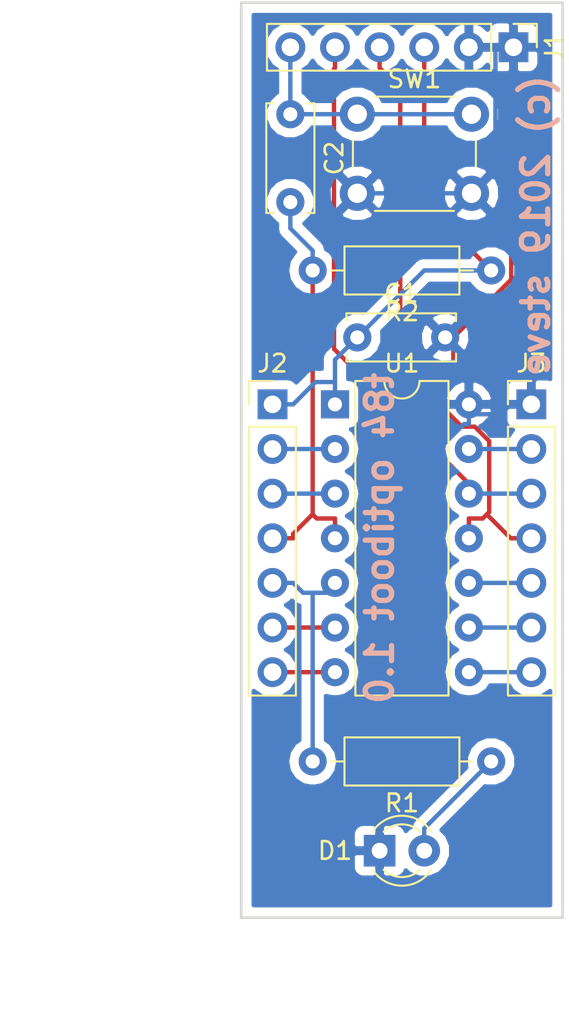
<source format=kicad_pcb>
(kicad_pcb (version 20171130) (host pcbnew 5.0.2+dfsg1-1~bpo9+1)

  (general
    (thickness 1.6)
    (drawings 8)
    (tracks 79)
    (zones 0)
    (modules 10)
    (nets 17)
  )

  (page A4)
  (layers
    (0 F.Cu signal)
    (31 B.Cu signal)
    (32 B.Adhes user)
    (33 F.Adhes user)
    (34 B.Paste user)
    (35 F.Paste user)
    (36 B.SilkS user)
    (37 F.SilkS user)
    (38 B.Mask user)
    (39 F.Mask user)
    (40 Dwgs.User user)
    (41 Cmts.User user)
    (42 Eco1.User user)
    (43 Eco2.User user)
    (44 Edge.Cuts user)
    (45 Margin user)
    (46 B.CrtYd user)
    (47 F.CrtYd user)
    (48 B.Fab user)
    (49 F.Fab user)
  )

  (setup
    (last_trace_width 0.25)
    (trace_clearance 0.2)
    (zone_clearance 0.508)
    (zone_45_only no)
    (trace_min 0.2)
    (segment_width 0.2)
    (edge_width 0.15)
    (via_size 0.8)
    (via_drill 0.4)
    (via_min_size 0.4)
    (via_min_drill 0.3)
    (uvia_size 0.3)
    (uvia_drill 0.1)
    (uvias_allowed no)
    (uvia_min_size 0.2)
    (uvia_min_drill 0.1)
    (pcb_text_width 0.3)
    (pcb_text_size 1.5 1.5)
    (mod_edge_width 0.15)
    (mod_text_size 1 1)
    (mod_text_width 0.15)
    (pad_size 1.524 1.524)
    (pad_drill 0.762)
    (pad_to_mask_clearance 0.051)
    (solder_mask_min_width 0.25)
    (aux_axis_origin 0 0)
    (grid_origin 130.556 82.55)
    (visible_elements FFFFFF7F)
    (pcbplotparams
      (layerselection 0x010f0_ffffffff)
      (usegerberextensions true)
      (usegerberattributes false)
      (usegerberadvancedattributes false)
      (creategerberjobfile false)
      (excludeedgelayer true)
      (linewidth 0.100000)
      (plotframeref false)
      (viasonmask false)
      (mode 1)
      (useauxorigin false)
      (hpglpennumber 1)
      (hpglpenspeed 20)
      (hpglpendiameter 15.000000)
      (psnegative false)
      (psa4output false)
      (plotreference true)
      (plotvalue true)
      (plotinvisibletext false)
      (padsonsilk false)
      (subtractmaskfromsilk false)
      (outputformat 1)
      (mirror false)
      (drillshape 0)
      (scaleselection 1)
      (outputdirectory "gerbers/"))
  )

  (net 0 "")
  (net 1 "Net-(D1-Pad2)")
  (net 2 "Net-(J2-Pad5)")
  (net 3 "Net-(C2-Pad2)")
  (net 4 VCC)
  (net 5 "Net-(J3-Pad7)")
  (net 6 "Net-(J2-Pad2)")
  (net 7 "Net-(J3-Pad6)")
  (net 8 "Net-(J2-Pad3)")
  (net 9 "Net-(J3-Pad5)")
  (net 10 "Net-(J1-Pad4)")
  (net 11 "Net-(J1-Pad5)")
  (net 12 "Net-(J2-Pad6)")
  (net 13 "Net-(J3-Pad2)")
  (net 14 "Net-(J2-Pad7)")
  (net 15 GND)
  (net 16 "Net-(C2-Pad1)")

  (net_class Default "This is the default net class."
    (clearance 0.2)
    (trace_width 0.25)
    (via_dia 0.8)
    (via_drill 0.4)
    (uvia_dia 0.3)
    (uvia_drill 0.1)
    (add_net GND)
    (add_net "Net-(C2-Pad1)")
    (add_net "Net-(C2-Pad2)")
    (add_net "Net-(D1-Pad2)")
    (add_net "Net-(J1-Pad4)")
    (add_net "Net-(J1-Pad5)")
    (add_net "Net-(J2-Pad2)")
    (add_net "Net-(J2-Pad3)")
    (add_net "Net-(J2-Pad5)")
    (add_net "Net-(J2-Pad6)")
    (add_net "Net-(J2-Pad7)")
    (add_net "Net-(J3-Pad2)")
    (add_net "Net-(J3-Pad5)")
    (add_net "Net-(J3-Pad6)")
    (add_net "Net-(J3-Pad7)")
    (add_net VCC)
  )

  (module Capacitor_THT:C_Disc_D6.0mm_W2.5mm_P5.00mm (layer F.Cu) (tedit 5AE50EF0) (tstamp 5D0C08AC)
    (at 133.35 36.83 270)
    (descr "C, Disc series, Radial, pin pitch=5.00mm, , diameter*width=6*2.5mm^2, Capacitor, http://cdn-reichelt.de/documents/datenblatt/B300/DS_KERKO_TC.pdf")
    (tags "C Disc series Radial pin pitch 5.00mm  diameter 6mm width 2.5mm Capacitor")
    (path /5CFE4F03)
    (fp_text reference C2 (at 2.5 -2.5 270) (layer F.SilkS)
      (effects (font (size 1 1) (thickness 0.15)))
    )
    (fp_text value 100n (at 2.54 2.032 270) (layer F.Fab)
      (effects (font (size 1 1) (thickness 0.15)))
    )
    (fp_line (start -0.5 -1.25) (end -0.5 1.25) (layer F.Fab) (width 0.1))
    (fp_line (start -0.5 1.25) (end 5.5 1.25) (layer F.Fab) (width 0.1))
    (fp_line (start 5.5 1.25) (end 5.5 -1.25) (layer F.Fab) (width 0.1))
    (fp_line (start 5.5 -1.25) (end -0.5 -1.25) (layer F.Fab) (width 0.1))
    (fp_line (start -0.62 -1.37) (end 5.62 -1.37) (layer F.SilkS) (width 0.12))
    (fp_line (start -0.62 1.37) (end 5.62 1.37) (layer F.SilkS) (width 0.12))
    (fp_line (start -0.62 -1.37) (end -0.62 -0.925) (layer F.SilkS) (width 0.12))
    (fp_line (start -0.62 0.925) (end -0.62 1.37) (layer F.SilkS) (width 0.12))
    (fp_line (start 5.62 -1.37) (end 5.62 -0.925) (layer F.SilkS) (width 0.12))
    (fp_line (start 5.62 0.925) (end 5.62 1.37) (layer F.SilkS) (width 0.12))
    (fp_line (start -1.05 -1.5) (end -1.05 1.5) (layer F.CrtYd) (width 0.05))
    (fp_line (start -1.05 1.5) (end 6.05 1.5) (layer F.CrtYd) (width 0.05))
    (fp_line (start 6.05 1.5) (end 6.05 -1.5) (layer F.CrtYd) (width 0.05))
    (fp_line (start 6.05 -1.5) (end -1.05 -1.5) (layer F.CrtYd) (width 0.05))
    (fp_text user %R (at 2.5 0 270) (layer F.Fab)
      (effects (font (size 1 1) (thickness 0.15)))
    )
    (pad 1 thru_hole circle (at 0 0 270) (size 1.6 1.6) (drill 0.8) (layers *.Cu *.Mask)
      (net 16 "Net-(C2-Pad1)"))
    (pad 2 thru_hole circle (at 5 0 270) (size 1.6 1.6) (drill 0.8) (layers *.Cu *.Mask)
      (net 3 "Net-(C2-Pad2)"))
    (model ${KISYS3DMOD}/Capacitor_THT.3dshapes/C_Disc_D6.0mm_W2.5mm_P5.00mm.wrl
      (at (xyz 0 0 0))
      (scale (xyz 1 1 1))
      (rotate (xyz 0 0 0))
    )
  )

  (module Capacitor_THT:C_Disc_D6.0mm_W2.5mm_P5.00mm (layer F.Cu) (tedit 5AE50EF0) (tstamp 5D0C0438)
    (at 137.16 49.53)
    (descr "C, Disc series, Radial, pin pitch=5.00mm, , diameter*width=6*2.5mm^2, Capacitor, http://cdn-reichelt.de/documents/datenblatt/B300/DS_KERKO_TC.pdf")
    (tags "C Disc series Radial pin pitch 5.00mm  diameter 6mm width 2.5mm Capacitor")
    (path /5CFE502F)
    (fp_text reference C1 (at 2.5 -2.5) (layer F.SilkS)
      (effects (font (size 1 1) (thickness 0.15)))
    )
    (fp_text value 100n (at 8.89 0) (layer F.Fab)
      (effects (font (size 1 1) (thickness 0.15)))
    )
    (fp_line (start -0.5 -1.25) (end -0.5 1.25) (layer F.Fab) (width 0.1))
    (fp_line (start -0.5 1.25) (end 5.5 1.25) (layer F.Fab) (width 0.1))
    (fp_line (start 5.5 1.25) (end 5.5 -1.25) (layer F.Fab) (width 0.1))
    (fp_line (start 5.5 -1.25) (end -0.5 -1.25) (layer F.Fab) (width 0.1))
    (fp_line (start -0.62 -1.37) (end 5.62 -1.37) (layer F.SilkS) (width 0.12))
    (fp_line (start -0.62 1.37) (end 5.62 1.37) (layer F.SilkS) (width 0.12))
    (fp_line (start -0.62 -1.37) (end -0.62 -0.925) (layer F.SilkS) (width 0.12))
    (fp_line (start -0.62 0.925) (end -0.62 1.37) (layer F.SilkS) (width 0.12))
    (fp_line (start 5.62 -1.37) (end 5.62 -0.925) (layer F.SilkS) (width 0.12))
    (fp_line (start 5.62 0.925) (end 5.62 1.37) (layer F.SilkS) (width 0.12))
    (fp_line (start -1.05 -1.5) (end -1.05 1.5) (layer F.CrtYd) (width 0.05))
    (fp_line (start -1.05 1.5) (end 6.05 1.5) (layer F.CrtYd) (width 0.05))
    (fp_line (start 6.05 1.5) (end 6.05 -1.5) (layer F.CrtYd) (width 0.05))
    (fp_line (start 6.05 -1.5) (end -1.05 -1.5) (layer F.CrtYd) (width 0.05))
    (fp_text user %R (at 2.5 0) (layer F.Fab)
      (effects (font (size 1 1) (thickness 0.15)))
    )
    (pad 1 thru_hole circle (at 0 0) (size 1.6 1.6) (drill 0.8) (layers *.Cu *.Mask)
      (net 4 VCC))
    (pad 2 thru_hole circle (at 5 0) (size 1.6 1.6) (drill 0.8) (layers *.Cu *.Mask)
      (net 15 GND))
    (model ${KISYS3DMOD}/Capacitor_THT.3dshapes/C_Disc_D6.0mm_W2.5mm_P5.00mm.wrl
      (at (xyz 0 0 0))
      (scale (xyz 1 1 1))
      (rotate (xyz 0 0 0))
    )
  )

  (module LED_THT:LED_D3.0mm (layer F.Cu) (tedit 587A3A7B) (tstamp 5D0C038C)
    (at 138.43 78.74)
    (descr "LED, diameter 3.0mm, 2 pins")
    (tags "LED diameter 3.0mm 2 pins")
    (path /5CFE55E6)
    (fp_text reference D1 (at -2.54 0) (layer F.SilkS)
      (effects (font (size 1 1) (thickness 0.15)))
    )
    (fp_text value LED_BUILTIN (at 1.27 2.96) (layer F.Fab)
      (effects (font (size 1 1) (thickness 0.15)))
    )
    (fp_arc (start 1.27 0) (end -0.23 -1.16619) (angle 284.3) (layer F.Fab) (width 0.1))
    (fp_arc (start 1.27 0) (end -0.29 -1.235516) (angle 108.8) (layer F.SilkS) (width 0.12))
    (fp_arc (start 1.27 0) (end -0.29 1.235516) (angle -108.8) (layer F.SilkS) (width 0.12))
    (fp_arc (start 1.27 0) (end 0.229039 -1.08) (angle 87.9) (layer F.SilkS) (width 0.12))
    (fp_arc (start 1.27 0) (end 0.229039 1.08) (angle -87.9) (layer F.SilkS) (width 0.12))
    (fp_circle (center 1.27 0) (end 2.77 0) (layer F.Fab) (width 0.1))
    (fp_line (start -0.23 -1.16619) (end -0.23 1.16619) (layer F.Fab) (width 0.1))
    (fp_line (start -0.29 -1.236) (end -0.29 -1.08) (layer F.SilkS) (width 0.12))
    (fp_line (start -0.29 1.08) (end -0.29 1.236) (layer F.SilkS) (width 0.12))
    (fp_line (start -1.15 -2.25) (end -1.15 2.25) (layer F.CrtYd) (width 0.05))
    (fp_line (start -1.15 2.25) (end 3.7 2.25) (layer F.CrtYd) (width 0.05))
    (fp_line (start 3.7 2.25) (end 3.7 -2.25) (layer F.CrtYd) (width 0.05))
    (fp_line (start 3.7 -2.25) (end -1.15 -2.25) (layer F.CrtYd) (width 0.05))
    (pad 1 thru_hole rect (at 0 0) (size 1.8 1.8) (drill 0.9) (layers *.Cu *.Mask)
      (net 15 GND))
    (pad 2 thru_hole circle (at 2.54 0) (size 1.8 1.8) (drill 0.9) (layers *.Cu *.Mask)
      (net 1 "Net-(D1-Pad2)"))
    (model ${KISYS3DMOD}/LED_THT.3dshapes/LED_D3.0mm.wrl
      (at (xyz 0 0 0))
      (scale (xyz 1 1 1))
      (rotate (xyz 0 0 0))
    )
  )

  (module Button_Switch_THT:SW_PUSH_6mm_H7.3mm (layer F.Cu) (tedit 5CFF6F24) (tstamp 5D0BFED2)
    (at 137.16 36.83)
    (descr "tactile push button, 6x6mm e.g. PHAP33xx series, height=7.3mm")
    (tags "tact sw push 6mm")
    (path /5CFE5825)
    (fp_text reference SW1 (at 3.25 -2) (layer F.SilkS)
      (effects (font (size 1 1) (thickness 0.15)))
    )
    (fp_text value SW_Push (at 8.89 2.54 90) (layer F.Fab)
      (effects (font (size 1 1) (thickness 0.15)))
    )
    (fp_text user %R (at 3.25 2.25) (layer F.Fab)
      (effects (font (size 1 1) (thickness 0.15)))
    )
    (fp_line (start 3.25 -0.75) (end 6.25 -0.75) (layer F.Fab) (width 0.1))
    (fp_line (start 6.25 -0.75) (end 6.25 5.25) (layer F.Fab) (width 0.1))
    (fp_line (start 6.25 5.25) (end 0.25 5.25) (layer F.Fab) (width 0.1))
    (fp_line (start 0.25 5.25) (end 0.25 -0.75) (layer F.Fab) (width 0.1))
    (fp_line (start 0.25 -0.75) (end 3.25 -0.75) (layer F.Fab) (width 0.1))
    (fp_line (start 7.75 6) (end 8 6) (layer F.CrtYd) (width 0.05))
    (fp_line (start 8 6) (end 8 5.75) (layer F.CrtYd) (width 0.05))
    (fp_line (start 7.75 -1.5) (end 8 -1.5) (layer F.CrtYd) (width 0.05))
    (fp_line (start 8 -1.5) (end 8 -1.25) (layer F.CrtYd) (width 0.05))
    (fp_line (start -1.5 -1.25) (end -1.5 -1.5) (layer F.CrtYd) (width 0.05))
    (fp_line (start -1.5 -1.5) (end -1.25 -1.5) (layer F.CrtYd) (width 0.05))
    (fp_line (start -1.5 5.75) (end -1.5 6) (layer F.CrtYd) (width 0.05))
    (fp_line (start -1.5 6) (end -1.25 6) (layer F.CrtYd) (width 0.05))
    (fp_line (start -1.25 -1.5) (end 7.75 -1.5) (layer F.CrtYd) (width 0.05))
    (fp_line (start -1.5 5.75) (end -1.5 -1.25) (layer F.CrtYd) (width 0.05))
    (fp_line (start 7.75 6) (end -1.25 6) (layer F.CrtYd) (width 0.05))
    (fp_line (start 8 -1.25) (end 8 5.75) (layer F.CrtYd) (width 0.05))
    (fp_line (start 1 5.5) (end 5.5 5.5) (layer F.SilkS) (width 0.12))
    (fp_line (start -0.25 1.5) (end -0.25 3) (layer F.SilkS) (width 0.12))
    (fp_line (start 5.5 -1) (end 1 -1) (layer F.SilkS) (width 0.12))
    (fp_line (start 6.75 3) (end 6.75 1.5) (layer F.SilkS) (width 0.12))
    (fp_circle (center 3.25 2.25) (end 1.25 2.5) (layer F.Fab) (width 0.1))
    (pad 2 thru_hole circle (at 0 4.5 90) (size 2 2) (drill 1.1) (layers *.Cu *.Mask)
      (net 15 GND))
    (pad 1 thru_hole circle (at 0 0 90) (size 2 2) (drill 1.1) (layers *.Cu *.Mask)
      (net 16 "Net-(C2-Pad1)"))
    (pad 2 thru_hole circle (at 6.5 4.5 90) (size 2 2) (drill 1.1) (layers *.Cu *.Mask)
      (net 15 GND))
    (pad 1 thru_hole circle (at 6.5 0 90) (size 2 2) (drill 1.1) (layers *.Cu *.Mask)
      (net 16 "Net-(C2-Pad1)"))
    (model ${KISYS3DMOD}/Button_Switch_THT.3dshapes/SW_PUSH_6mm_H7.3mm.wrl
      (at (xyz 0 0 0))
      (scale (xyz 1 1 1))
      (rotate (xyz 0 0 0))
    )
  )

  (module Connector_PinHeader_2.54mm:PinHeader_1x06_P2.54mm_Vertical (layer F.Cu) (tedit 59FED5CC) (tstamp 5D0BFE65)
    (at 146.05 33.02 270)
    (descr "Through hole straight pin header, 1x06, 2.54mm pitch, single row")
    (tags "Through hole pin header THT 1x06 2.54mm single row")
    (path /5CFE3D69)
    (fp_text reference J1 (at 0 -2.33 270) (layer F.SilkS)
      (effects (font (size 1 1) (thickness 0.15)))
    )
    (fp_text value ftdi (at 0 14.732 270) (layer F.Fab)
      (effects (font (size 1 1) (thickness 0.15)))
    )
    (fp_line (start -0.635 -1.27) (end 1.27 -1.27) (layer F.Fab) (width 0.1))
    (fp_line (start 1.27 -1.27) (end 1.27 13.97) (layer F.Fab) (width 0.1))
    (fp_line (start 1.27 13.97) (end -1.27 13.97) (layer F.Fab) (width 0.1))
    (fp_line (start -1.27 13.97) (end -1.27 -0.635) (layer F.Fab) (width 0.1))
    (fp_line (start -1.27 -0.635) (end -0.635 -1.27) (layer F.Fab) (width 0.1))
    (fp_line (start -1.33 14.03) (end 1.33 14.03) (layer F.SilkS) (width 0.12))
    (fp_line (start -1.33 1.27) (end -1.33 14.03) (layer F.SilkS) (width 0.12))
    (fp_line (start 1.33 1.27) (end 1.33 14.03) (layer F.SilkS) (width 0.12))
    (fp_line (start -1.33 1.27) (end 1.33 1.27) (layer F.SilkS) (width 0.12))
    (fp_line (start -1.33 0) (end -1.33 -1.33) (layer F.SilkS) (width 0.12))
    (fp_line (start -1.33 -1.33) (end 0 -1.33) (layer F.SilkS) (width 0.12))
    (fp_line (start -1.8 -1.8) (end -1.8 14.5) (layer F.CrtYd) (width 0.05))
    (fp_line (start -1.8 14.5) (end 1.8 14.5) (layer F.CrtYd) (width 0.05))
    (fp_line (start 1.8 14.5) (end 1.8 -1.8) (layer F.CrtYd) (width 0.05))
    (fp_line (start 1.8 -1.8) (end -1.8 -1.8) (layer F.CrtYd) (width 0.05))
    (fp_text user %R (at 0 6.35) (layer F.Fab)
      (effects (font (size 1 1) (thickness 0.15)))
    )
    (pad 1 thru_hole rect (at 0 0 270) (size 1.7 1.7) (drill 1) (layers *.Cu *.Mask)
      (net 15 GND))
    (pad 2 thru_hole oval (at 0 2.54 270) (size 1.7 1.7) (drill 1) (layers *.Cu *.Mask)
      (net 15 GND))
    (pad 3 thru_hole oval (at 0 5.08 270) (size 1.7 1.7) (drill 1) (layers *.Cu *.Mask)
      (net 4 VCC))
    (pad 4 thru_hole oval (at 0 7.62 270) (size 1.7 1.7) (drill 1) (layers *.Cu *.Mask)
      (net 10 "Net-(J1-Pad4)"))
    (pad 5 thru_hole oval (at 0 10.16 270) (size 1.7 1.7) (drill 1) (layers *.Cu *.Mask)
      (net 11 "Net-(J1-Pad5)"))
    (pad 6 thru_hole oval (at 0 12.7 270) (size 1.7 1.7) (drill 1) (layers *.Cu *.Mask)
      (net 16 "Net-(C2-Pad1)"))
    (model ${KISYS3DMOD}/Connector_PinHeader_2.54mm.3dshapes/PinHeader_1x06_P2.54mm_Vertical.wrl
      (at (xyz 0 0 0))
      (scale (xyz 1 1 1))
      (rotate (xyz 0 0 0))
    )
  )

  (module Connector_PinHeader_2.54mm:PinHeader_1x07_P2.54mm_Vertical (layer F.Cu) (tedit 59FED5CC) (tstamp 5D0BFE4B)
    (at 147.066 53.34)
    (descr "Through hole straight pin header, 1x07, 2.54mm pitch, single row")
    (tags "Through hole pin header THT 1x07 2.54mm single row")
    (path /5CFF71A8)
    (fp_text reference J3 (at 0 -2.33) (layer F.SilkS)
      (effects (font (size 1 1) (thickness 0.15)))
    )
    (fp_text value right (at 0 17.57) (layer F.Fab)
      (effects (font (size 1 1) (thickness 0.15)))
    )
    (fp_text user %R (at 0 7.62 90) (layer F.Fab)
      (effects (font (size 1 1) (thickness 0.15)))
    )
    (fp_line (start 1.8 -1.8) (end -1.8 -1.8) (layer F.CrtYd) (width 0.05))
    (fp_line (start 1.8 17.05) (end 1.8 -1.8) (layer F.CrtYd) (width 0.05))
    (fp_line (start -1.8 17.05) (end 1.8 17.05) (layer F.CrtYd) (width 0.05))
    (fp_line (start -1.8 -1.8) (end -1.8 17.05) (layer F.CrtYd) (width 0.05))
    (fp_line (start -1.33 -1.33) (end 0 -1.33) (layer F.SilkS) (width 0.12))
    (fp_line (start -1.33 0) (end -1.33 -1.33) (layer F.SilkS) (width 0.12))
    (fp_line (start -1.33 1.27) (end 1.33 1.27) (layer F.SilkS) (width 0.12))
    (fp_line (start 1.33 1.27) (end 1.33 16.57) (layer F.SilkS) (width 0.12))
    (fp_line (start -1.33 1.27) (end -1.33 16.57) (layer F.SilkS) (width 0.12))
    (fp_line (start -1.33 16.57) (end 1.33 16.57) (layer F.SilkS) (width 0.12))
    (fp_line (start -1.27 -0.635) (end -0.635 -1.27) (layer F.Fab) (width 0.1))
    (fp_line (start -1.27 16.51) (end -1.27 -0.635) (layer F.Fab) (width 0.1))
    (fp_line (start 1.27 16.51) (end -1.27 16.51) (layer F.Fab) (width 0.1))
    (fp_line (start 1.27 -1.27) (end 1.27 16.51) (layer F.Fab) (width 0.1))
    (fp_line (start -0.635 -1.27) (end 1.27 -1.27) (layer F.Fab) (width 0.1))
    (pad 7 thru_hole oval (at 0 15.24) (size 1.7 1.7) (drill 1) (layers *.Cu *.Mask)
      (net 5 "Net-(J3-Pad7)"))
    (pad 6 thru_hole oval (at 0 12.7) (size 1.7 1.7) (drill 1) (layers *.Cu *.Mask)
      (net 7 "Net-(J3-Pad6)"))
    (pad 5 thru_hole oval (at 0 10.16) (size 1.7 1.7) (drill 1) (layers *.Cu *.Mask)
      (net 9 "Net-(J3-Pad5)"))
    (pad 4 thru_hole oval (at 0 7.62) (size 1.7 1.7) (drill 1) (layers *.Cu *.Mask)
      (net 10 "Net-(J1-Pad4)"))
    (pad 3 thru_hole oval (at 0 5.08) (size 1.7 1.7) (drill 1) (layers *.Cu *.Mask)
      (net 11 "Net-(J1-Pad5)"))
    (pad 2 thru_hole oval (at 0 2.54) (size 1.7 1.7) (drill 1) (layers *.Cu *.Mask)
      (net 13 "Net-(J3-Pad2)"))
    (pad 1 thru_hole rect (at 0 0) (size 1.7 1.7) (drill 1) (layers *.Cu *.Mask)
      (net 15 GND))
    (model ${KISYS3DMOD}/Connector_PinHeader_2.54mm.3dshapes/PinHeader_1x07_P2.54mm_Vertical.wrl
      (at (xyz 0 0 0))
      (scale (xyz 1 1 1))
      (rotate (xyz 0 0 0))
    )
  )

  (module Connector_PinHeader_2.54mm:PinHeader_1x07_P2.54mm_Vertical (layer F.Cu) (tedit 59FED5CC) (tstamp 5D0BFE30)
    (at 132.334 53.34)
    (descr "Through hole straight pin header, 1x07, 2.54mm pitch, single row")
    (tags "Through hole pin header THT 1x07 2.54mm single row")
    (path /5CFE5C5A)
    (fp_text reference J2 (at 0 -2.33) (layer F.SilkS)
      (effects (font (size 1 1) (thickness 0.15)))
    )
    (fp_text value left (at 0 17.57) (layer F.Fab)
      (effects (font (size 1 1) (thickness 0.15)))
    )
    (fp_line (start -0.635 -1.27) (end 1.27 -1.27) (layer F.Fab) (width 0.1))
    (fp_line (start 1.27 -1.27) (end 1.27 16.51) (layer F.Fab) (width 0.1))
    (fp_line (start 1.27 16.51) (end -1.27 16.51) (layer F.Fab) (width 0.1))
    (fp_line (start -1.27 16.51) (end -1.27 -0.635) (layer F.Fab) (width 0.1))
    (fp_line (start -1.27 -0.635) (end -0.635 -1.27) (layer F.Fab) (width 0.1))
    (fp_line (start -1.33 16.57) (end 1.33 16.57) (layer F.SilkS) (width 0.12))
    (fp_line (start -1.33 1.27) (end -1.33 16.57) (layer F.SilkS) (width 0.12))
    (fp_line (start 1.33 1.27) (end 1.33 16.57) (layer F.SilkS) (width 0.12))
    (fp_line (start -1.33 1.27) (end 1.33 1.27) (layer F.SilkS) (width 0.12))
    (fp_line (start -1.33 0) (end -1.33 -1.33) (layer F.SilkS) (width 0.12))
    (fp_line (start -1.33 -1.33) (end 0 -1.33) (layer F.SilkS) (width 0.12))
    (fp_line (start -1.8 -1.8) (end -1.8 17.05) (layer F.CrtYd) (width 0.05))
    (fp_line (start -1.8 17.05) (end 1.8 17.05) (layer F.CrtYd) (width 0.05))
    (fp_line (start 1.8 17.05) (end 1.8 -1.8) (layer F.CrtYd) (width 0.05))
    (fp_line (start 1.8 -1.8) (end -1.8 -1.8) (layer F.CrtYd) (width 0.05))
    (fp_text user %R (at 0 7.62 90) (layer F.Fab)
      (effects (font (size 1 1) (thickness 0.15)))
    )
    (pad 1 thru_hole rect (at 0 0) (size 1.7 1.7) (drill 1) (layers *.Cu *.Mask)
      (net 4 VCC))
    (pad 2 thru_hole oval (at 0 2.54) (size 1.7 1.7) (drill 1) (layers *.Cu *.Mask)
      (net 6 "Net-(J2-Pad2)"))
    (pad 3 thru_hole oval (at 0 5.08) (size 1.7 1.7) (drill 1) (layers *.Cu *.Mask)
      (net 8 "Net-(J2-Pad3)"))
    (pad 4 thru_hole oval (at 0 7.62) (size 1.7 1.7) (drill 1) (layers *.Cu *.Mask)
      (net 3 "Net-(C2-Pad2)"))
    (pad 5 thru_hole oval (at 0 10.16) (size 1.7 1.7) (drill 1) (layers *.Cu *.Mask)
      (net 2 "Net-(J2-Pad5)"))
    (pad 6 thru_hole oval (at 0 12.7) (size 1.7 1.7) (drill 1) (layers *.Cu *.Mask)
      (net 12 "Net-(J2-Pad6)"))
    (pad 7 thru_hole oval (at 0 15.24) (size 1.7 1.7) (drill 1) (layers *.Cu *.Mask)
      (net 14 "Net-(J2-Pad7)"))
    (model ${KISYS3DMOD}/Connector_PinHeader_2.54mm.3dshapes/PinHeader_1x07_P2.54mm_Vertical.wrl
      (at (xyz 0 0 0))
      (scale (xyz 1 1 1))
      (rotate (xyz 0 0 0))
    )
  )

  (module Package_DIP:DIP-14_W7.62mm (layer F.Cu) (tedit 5A02E8C5) (tstamp 5D0BFDEB)
    (at 135.89 53.34)
    (descr "14-lead though-hole mounted DIP package, row spacing 7.62 mm (300 mils)")
    (tags "THT DIP DIL PDIP 2.54mm 7.62mm 300mil")
    (path /5CFE3912)
    (fp_text reference U1 (at 3.81 -2.33) (layer F.SilkS)
      (effects (font (size 1 1) (thickness 0.15)))
    )
    (fp_text value ATtiny84A-PU (at 3.81 17.57) (layer F.Fab)
      (effects (font (size 1 1) (thickness 0.15)))
    )
    (fp_arc (start 3.81 -1.33) (end 2.81 -1.33) (angle -180) (layer F.SilkS) (width 0.12))
    (fp_line (start 1.635 -1.27) (end 6.985 -1.27) (layer F.Fab) (width 0.1))
    (fp_line (start 6.985 -1.27) (end 6.985 16.51) (layer F.Fab) (width 0.1))
    (fp_line (start 6.985 16.51) (end 0.635 16.51) (layer F.Fab) (width 0.1))
    (fp_line (start 0.635 16.51) (end 0.635 -0.27) (layer F.Fab) (width 0.1))
    (fp_line (start 0.635 -0.27) (end 1.635 -1.27) (layer F.Fab) (width 0.1))
    (fp_line (start 2.81 -1.33) (end 1.16 -1.33) (layer F.SilkS) (width 0.12))
    (fp_line (start 1.16 -1.33) (end 1.16 16.57) (layer F.SilkS) (width 0.12))
    (fp_line (start 1.16 16.57) (end 6.46 16.57) (layer F.SilkS) (width 0.12))
    (fp_line (start 6.46 16.57) (end 6.46 -1.33) (layer F.SilkS) (width 0.12))
    (fp_line (start 6.46 -1.33) (end 4.81 -1.33) (layer F.SilkS) (width 0.12))
    (fp_line (start -1.1 -1.55) (end -1.1 16.8) (layer F.CrtYd) (width 0.05))
    (fp_line (start -1.1 16.8) (end 8.7 16.8) (layer F.CrtYd) (width 0.05))
    (fp_line (start 8.7 16.8) (end 8.7 -1.55) (layer F.CrtYd) (width 0.05))
    (fp_line (start 8.7 -1.55) (end -1.1 -1.55) (layer F.CrtYd) (width 0.05))
    (fp_text user %R (at 3.81 7.62) (layer F.Fab)
      (effects (font (size 1 1) (thickness 0.15)))
    )
    (pad 1 thru_hole rect (at 0 0) (size 1.6 1.6) (drill 0.8) (layers *.Cu *.Mask)
      (net 4 VCC))
    (pad 8 thru_hole oval (at 7.62 15.24) (size 1.6 1.6) (drill 0.8) (layers *.Cu *.Mask)
      (net 5 "Net-(J3-Pad7)"))
    (pad 2 thru_hole oval (at 0 2.54) (size 1.6 1.6) (drill 0.8) (layers *.Cu *.Mask)
      (net 6 "Net-(J2-Pad2)"))
    (pad 9 thru_hole oval (at 7.62 12.7) (size 1.6 1.6) (drill 0.8) (layers *.Cu *.Mask)
      (net 7 "Net-(J3-Pad6)"))
    (pad 3 thru_hole oval (at 0 5.08) (size 1.6 1.6) (drill 0.8) (layers *.Cu *.Mask)
      (net 8 "Net-(J2-Pad3)"))
    (pad 10 thru_hole oval (at 7.62 10.16) (size 1.6 1.6) (drill 0.8) (layers *.Cu *.Mask)
      (net 9 "Net-(J3-Pad5)"))
    (pad 4 thru_hole oval (at 0 7.62) (size 1.6 1.6) (drill 0.8) (layers *.Cu *.Mask)
      (net 3 "Net-(C2-Pad2)"))
    (pad 11 thru_hole oval (at 7.62 7.62) (size 1.6 1.6) (drill 0.8) (layers *.Cu *.Mask)
      (net 10 "Net-(J1-Pad4)"))
    (pad 5 thru_hole oval (at 0 10.16) (size 1.6 1.6) (drill 0.8) (layers *.Cu *.Mask)
      (net 2 "Net-(J2-Pad5)"))
    (pad 12 thru_hole oval (at 7.62 5.08) (size 1.6 1.6) (drill 0.8) (layers *.Cu *.Mask)
      (net 11 "Net-(J1-Pad5)"))
    (pad 6 thru_hole oval (at 0 12.7) (size 1.6 1.6) (drill 0.8) (layers *.Cu *.Mask)
      (net 12 "Net-(J2-Pad6)"))
    (pad 13 thru_hole oval (at 7.62 2.54) (size 1.6 1.6) (drill 0.8) (layers *.Cu *.Mask)
      (net 13 "Net-(J3-Pad2)"))
    (pad 7 thru_hole oval (at 0 15.24) (size 1.6 1.6) (drill 0.8) (layers *.Cu *.Mask)
      (net 14 "Net-(J2-Pad7)"))
    (pad 14 thru_hole oval (at 7.62 0) (size 1.6 1.6) (drill 0.8) (layers *.Cu *.Mask)
      (net 15 GND))
    (model ${KISYS3DMOD}/Package_DIP.3dshapes/DIP-14_W7.62mm.wrl
      (at (xyz 0 0 0))
      (scale (xyz 1 1 1))
      (rotate (xyz 0 0 0))
    )
  )

  (module Resistor_THT:R_Axial_DIN0207_L6.3mm_D2.5mm_P10.16mm_Horizontal (layer F.Cu) (tedit 5AE5139B) (tstamp 5D0BFDC9)
    (at 144.78 45.72 180)
    (descr "Resistor, Axial_DIN0207 series, Axial, Horizontal, pin pitch=10.16mm, 0.25W = 1/4W, length*diameter=6.3*2.5mm^2, http://cdn-reichelt.de/documents/datenblatt/B400/1_4W%23YAG.pdf")
    (tags "Resistor Axial_DIN0207 series Axial Horizontal pin pitch 10.16mm 0.25W = 1/4W length 6.3mm diameter 2.5mm")
    (path /5CFE5177)
    (fp_text reference R2 (at 5.08 -2.37 180) (layer F.SilkS)
      (effects (font (size 1 1) (thickness 0.15)))
    )
    (fp_text value 10k (at -2.54 0 180) (layer F.Fab)
      (effects (font (size 1 1) (thickness 0.15)))
    )
    (fp_text user %R (at 5.08 0 180) (layer F.Fab)
      (effects (font (size 1 1) (thickness 0.15)))
    )
    (fp_line (start 11.21 -1.5) (end -1.05 -1.5) (layer F.CrtYd) (width 0.05))
    (fp_line (start 11.21 1.5) (end 11.21 -1.5) (layer F.CrtYd) (width 0.05))
    (fp_line (start -1.05 1.5) (end 11.21 1.5) (layer F.CrtYd) (width 0.05))
    (fp_line (start -1.05 -1.5) (end -1.05 1.5) (layer F.CrtYd) (width 0.05))
    (fp_line (start 9.12 0) (end 8.35 0) (layer F.SilkS) (width 0.12))
    (fp_line (start 1.04 0) (end 1.81 0) (layer F.SilkS) (width 0.12))
    (fp_line (start 8.35 -1.37) (end 1.81 -1.37) (layer F.SilkS) (width 0.12))
    (fp_line (start 8.35 1.37) (end 8.35 -1.37) (layer F.SilkS) (width 0.12))
    (fp_line (start 1.81 1.37) (end 8.35 1.37) (layer F.SilkS) (width 0.12))
    (fp_line (start 1.81 -1.37) (end 1.81 1.37) (layer F.SilkS) (width 0.12))
    (fp_line (start 10.16 0) (end 8.23 0) (layer F.Fab) (width 0.1))
    (fp_line (start 0 0) (end 1.93 0) (layer F.Fab) (width 0.1))
    (fp_line (start 8.23 -1.25) (end 1.93 -1.25) (layer F.Fab) (width 0.1))
    (fp_line (start 8.23 1.25) (end 8.23 -1.25) (layer F.Fab) (width 0.1))
    (fp_line (start 1.93 1.25) (end 8.23 1.25) (layer F.Fab) (width 0.1))
    (fp_line (start 1.93 -1.25) (end 1.93 1.25) (layer F.Fab) (width 0.1))
    (pad 2 thru_hole oval (at 10.16 0 180) (size 1.6 1.6) (drill 0.8) (layers *.Cu *.Mask)
      (net 3 "Net-(C2-Pad2)"))
    (pad 1 thru_hole circle (at 0 0 180) (size 1.6 1.6) (drill 0.8) (layers *.Cu *.Mask)
      (net 4 VCC))
    (model ${KISYS3DMOD}/Resistor_THT.3dshapes/R_Axial_DIN0207_L6.3mm_D2.5mm_P10.16mm_Horizontal.wrl
      (at (xyz 0 0 0))
      (scale (xyz 1 1 1))
      (rotate (xyz 0 0 0))
    )
  )

  (module Resistor_THT:R_Axial_DIN0207_L6.3mm_D2.5mm_P10.16mm_Horizontal (layer F.Cu) (tedit 5AE5139B) (tstamp 5D0BFDB2)
    (at 144.78 73.66 180)
    (descr "Resistor, Axial_DIN0207 series, Axial, Horizontal, pin pitch=10.16mm, 0.25W = 1/4W, length*diameter=6.3*2.5mm^2, http://cdn-reichelt.de/documents/datenblatt/B400/1_4W%23YAG.pdf")
    (tags "Resistor Axial_DIN0207 series Axial Horizontal pin pitch 10.16mm 0.25W = 1/4W length 6.3mm diameter 2.5mm")
    (path /5CFE5542)
    (fp_text reference R1 (at 5.08 -2.37 180) (layer F.SilkS)
      (effects (font (size 1 1) (thickness 0.15)))
    )
    (fp_text value 470 (at -2.54 0 180) (layer F.Fab)
      (effects (font (size 1 1) (thickness 0.15)))
    )
    (fp_line (start 1.93 -1.25) (end 1.93 1.25) (layer F.Fab) (width 0.1))
    (fp_line (start 1.93 1.25) (end 8.23 1.25) (layer F.Fab) (width 0.1))
    (fp_line (start 8.23 1.25) (end 8.23 -1.25) (layer F.Fab) (width 0.1))
    (fp_line (start 8.23 -1.25) (end 1.93 -1.25) (layer F.Fab) (width 0.1))
    (fp_line (start 0 0) (end 1.93 0) (layer F.Fab) (width 0.1))
    (fp_line (start 10.16 0) (end 8.23 0) (layer F.Fab) (width 0.1))
    (fp_line (start 1.81 -1.37) (end 1.81 1.37) (layer F.SilkS) (width 0.12))
    (fp_line (start 1.81 1.37) (end 8.35 1.37) (layer F.SilkS) (width 0.12))
    (fp_line (start 8.35 1.37) (end 8.35 -1.37) (layer F.SilkS) (width 0.12))
    (fp_line (start 8.35 -1.37) (end 1.81 -1.37) (layer F.SilkS) (width 0.12))
    (fp_line (start 1.04 0) (end 1.81 0) (layer F.SilkS) (width 0.12))
    (fp_line (start 9.12 0) (end 8.35 0) (layer F.SilkS) (width 0.12))
    (fp_line (start -1.05 -1.5) (end -1.05 1.5) (layer F.CrtYd) (width 0.05))
    (fp_line (start -1.05 1.5) (end 11.21 1.5) (layer F.CrtYd) (width 0.05))
    (fp_line (start 11.21 1.5) (end 11.21 -1.5) (layer F.CrtYd) (width 0.05))
    (fp_line (start 11.21 -1.5) (end -1.05 -1.5) (layer F.CrtYd) (width 0.05))
    (fp_text user %R (at 5.08 0 180) (layer F.Fab)
      (effects (font (size 1 1) (thickness 0.15)))
    )
    (pad 1 thru_hole circle (at 0 0 180) (size 1.6 1.6) (drill 0.8) (layers *.Cu *.Mask)
      (net 1 "Net-(D1-Pad2)"))
    (pad 2 thru_hole oval (at 10.16 0 180) (size 1.6 1.6) (drill 0.8) (layers *.Cu *.Mask)
      (net 2 "Net-(J2-Pad5)"))
    (model ${KISYS3DMOD}/Resistor_THT.3dshapes/R_Axial_DIN0207_L6.3mm_D2.5mm_P10.16mm_Horizontal.wrl
      (at (xyz 0 0 0))
      (scale (xyz 1 1 1))
      (rotate (xyz 0 0 0))
    )
  )

  (dimension 18.288 (width 0.3) (layer Dwgs.User)
    (gr_text "18.288 mm" (at 139.7 89.984) (layer Dwgs.User)
      (effects (font (size 1.5 1.5) (thickness 0.3)))
    )
    (feature1 (pts (xy 148.844 85.344) (xy 148.844 88.470421)))
    (feature2 (pts (xy 130.556 85.344) (xy 130.556 88.470421)))
    (crossbar (pts (xy 130.556 87.884) (xy 148.844 87.884)))
    (arrow1a (pts (xy 148.844 87.884) (xy 147.717496 88.470421)))
    (arrow1b (pts (xy 148.844 87.884) (xy 147.717496 87.297579)))
    (arrow2a (pts (xy 130.556 87.884) (xy 131.682504 88.470421)))
    (arrow2b (pts (xy 130.556 87.884) (xy 131.682504 87.297579)))
  )
  (dimension 52.07 (width 0.3) (layer F.Fab)
    (gr_text "52.070 mm" (at 122.36 56.515 90) (layer F.Fab)
      (effects (font (size 1.5 1.5) (thickness 0.3)))
    )
    (feature1 (pts (xy 127 30.48) (xy 123.873579 30.48)))
    (feature2 (pts (xy 127 82.55) (xy 123.873579 82.55)))
    (crossbar (pts (xy 124.46 82.55) (xy 124.46 30.48)))
    (arrow1a (pts (xy 124.46 30.48) (xy 125.046421 31.606504)))
    (arrow1b (pts (xy 124.46 30.48) (xy 123.873579 31.606504)))
    (arrow2a (pts (xy 124.46 82.55) (xy 125.046421 81.423496)))
    (arrow2b (pts (xy 124.46 82.55) (xy 123.873579 81.423496)))
  )
  (gr_text "(c) 2019 steve" (at 147.32 43.18 90) (layer B.SilkS)
    (effects (font (size 1.5 1.5) (thickness 0.3)) (justify mirror))
  )
  (gr_text "t84 optiboot 1.0" (at 138.43 60.96 90) (layer B.SilkS)
    (effects (font (size 1.5 1.5) (thickness 0.3)) (justify mirror))
  )
  (gr_line (start 130.556 82.55) (end 130.556 30.48) (layer Edge.Cuts) (width 0.15))
  (gr_line (start 148.844 82.55) (end 130.556 82.55) (layer Edge.Cuts) (width 0.15))
  (gr_line (start 148.844 30.48) (end 148.844 82.55) (layer Edge.Cuts) (width 0.15))
  (gr_line (start 130.556 30.48) (end 148.844 30.48) (layer Edge.Cuts) (width 0.15))

  (segment (start 144.78 73.66) (end 140.97 77.47) (width 0.25) (layer B.Cu) (net 1))
  (segment (start 140.97 77.47) (end 140.97 78.74) (width 0.25) (layer B.Cu) (net 1))
  (segment (start 132.334 63.5) (end 133.5093 63.5) (width 0.25) (layer B.Cu) (net 2))
  (segment (start 134.62 64.0626) (end 134.0719 64.0626) (width 0.25) (layer B.Cu) (net 2))
  (segment (start 134.0719 64.0626) (end 133.5093 63.5) (width 0.25) (layer B.Cu) (net 2))
  (segment (start 135.89 63.5) (end 135.89 64.0626) (width 0.25) (layer B.Cu) (net 2))
  (segment (start 135.89 64.0626) (end 134.62 64.0626) (width 0.25) (layer B.Cu) (net 2))
  (segment (start 134.62 64.0626) (end 134.62 73.66) (width 0.25) (layer B.Cu) (net 2))
  (segment (start 132.334 60.96) (end 133.5093 60.96) (width 0.25) (layer F.Cu) (net 3))
  (segment (start 134.613 59.6024) (end 133.5093 60.7061) (width 0.25) (layer F.Cu) (net 3))
  (segment (start 133.5093 60.7061) (end 133.5093 60.96) (width 0.25) (layer F.Cu) (net 3))
  (segment (start 134.62 59.6024) (end 134.613 59.6024) (width 0.25) (layer F.Cu) (net 3))
  (segment (start 134.62 59.6024) (end 134.62 45.72) (width 0.25) (layer F.Cu) (net 3))
  (segment (start 135.89 60.96) (end 135.89 59.8347) (width 0.25) (layer F.Cu) (net 3))
  (segment (start 135.89 59.8347) (end 134.852 59.8347) (width 0.25) (layer F.Cu) (net 3))
  (segment (start 134.852 59.8347) (end 134.62 59.6024) (width 0.25) (layer F.Cu) (net 3))
  (segment (start 134.62 45.72) (end 134.62 44.5947) (width 0.25) (layer B.Cu) (net 3))
  (segment (start 134.62 44.5947) (end 133.35 43.3247) (width 0.25) (layer B.Cu) (net 3))
  (segment (start 133.35 43.3247) (end 133.35 41.83) (width 0.25) (layer B.Cu) (net 3))
  (segment (start 132.334 53.34) (end 133.5093 53.34) (width 0.25) (layer B.Cu) (net 4))
  (segment (start 135.89 52.07) (end 134.7793 52.07) (width 0.25) (layer B.Cu) (net 4))
  (segment (start 134.7793 52.07) (end 133.5093 53.34) (width 0.25) (layer B.Cu) (net 4))
  (segment (start 135.89 52.07) (end 135.89 50.8) (width 0.25) (layer B.Cu) (net 4))
  (segment (start 135.89 50.8) (end 137.16 49.53) (width 0.25) (layer B.Cu) (net 4))
  (segment (start 135.89 53.34) (end 135.89 52.07) (width 0.25) (layer B.Cu) (net 4))
  (segment (start 144.78 45.72) (end 140.97 45.72) (width 0.25) (layer B.Cu) (net 4))
  (segment (start 140.97 45.72) (end 137.16 49.53) (width 0.25) (layer B.Cu) (net 4))
  (segment (start 144.78 45.72) (end 140.97 41.91) (width 0.25) (layer F.Cu) (net 4))
  (segment (start 140.97 41.91) (end 140.97 33.02) (width 0.25) (layer F.Cu) (net 4))
  (segment (start 143.51 68.58) (end 147.066 68.58) (width 0.25) (layer B.Cu) (net 5))
  (segment (start 135.89 55.88) (end 132.334 55.88) (width 0.25) (layer B.Cu) (net 6))
  (segment (start 143.51 66.04) (end 147.066 66.04) (width 0.25) (layer B.Cu) (net 7))
  (segment (start 135.89 58.42) (end 132.334 58.42) (width 0.25) (layer B.Cu) (net 8))
  (segment (start 143.51 63.5) (end 147.066 63.5) (width 0.25) (layer B.Cu) (net 9))
  (segment (start 144.5331 59.6024) (end 145.8907 60.96) (width 0.25) (layer F.Cu) (net 10))
  (segment (start 143.51 59.8347) (end 144.3008 59.8347) (width 0.25) (layer F.Cu) (net 10))
  (segment (start 144.3008 59.8347) (end 144.5331 59.6024) (width 0.25) (layer F.Cu) (net 10))
  (segment (start 144.5331 59.6024) (end 144.6678 59.4677) (width 0.25) (layer F.Cu) (net 10))
  (segment (start 144.6678 59.4677) (end 144.6678 55.4318) (width 0.25) (layer F.Cu) (net 10))
  (segment (start 144.6678 55.4318) (end 143.846 54.61) (width 0.25) (layer F.Cu) (net 10))
  (segment (start 143.846 54.61) (end 143.1095 54.61) (width 0.25) (layer F.Cu) (net 10))
  (segment (start 143.1095 54.61) (end 139.6053 51.1058) (width 0.25) (layer F.Cu) (net 10))
  (segment (start 139.6053 51.1058) (end 139.6053 35.3706) (width 0.25) (layer F.Cu) (net 10))
  (segment (start 139.6053 35.3706) (end 138.43 34.1953) (width 0.25) (layer F.Cu) (net 10))
  (segment (start 147.066 60.96) (end 145.8907 60.96) (width 0.25) (layer F.Cu) (net 10))
  (segment (start 138.43 33.02) (end 138.43 34.1953) (width 0.25) (layer F.Cu) (net 10))
  (segment (start 143.51 60.96) (end 143.51 59.8347) (width 0.25) (layer F.Cu) (net 10))
  (segment (start 143.51 58.42) (end 147.066 58.42) (width 0.25) (layer B.Cu) (net 11))
  (segment (start 143.51 58.42) (end 143.51 57.8573) (width 0.25) (layer F.Cu) (net 11))
  (segment (start 143.51 57.8573) (end 135.835 50.1819) (width 0.25) (layer F.Cu) (net 11))
  (segment (start 135.835 50.1819) (end 135.835 34.2507) (width 0.25) (layer F.Cu) (net 11))
  (segment (start 135.835 34.2507) (end 135.89 34.1953) (width 0.25) (layer F.Cu) (net 11))
  (segment (start 135.89 34.1953) (end 135.89 33.02) (width 0.25) (layer F.Cu) (net 11))
  (segment (start 135.89 66.04) (end 132.334 66.04) (width 0.25) (layer F.Cu) (net 12))
  (segment (start 143.51 55.88) (end 147.066 55.88) (width 0.25) (layer B.Cu) (net 13))
  (segment (start 135.89 68.58) (end 132.334 68.58) (width 0.25) (layer F.Cu) (net 14))
  (segment (start 147.066 53.34) (end 145.8907 53.34) (width 0.25) (layer B.Cu) (net 15))
  (segment (start 143.51 53.9026) (end 145.3281 53.9026) (width 0.25) (layer B.Cu) (net 15))
  (segment (start 145.3281 53.9026) (end 145.8907 53.34) (width 0.25) (layer B.Cu) (net 15))
  (segment (start 143.51 53.9026) (end 143.51 54.4653) (width 0.25) (layer B.Cu) (net 15))
  (segment (start 143.51 54.4653) (end 143.229 54.4653) (width 0.25) (layer B.Cu) (net 15))
  (segment (start 143.229 54.4653) (end 138.43 59.264) (width 0.25) (layer B.Cu) (net 15))
  (segment (start 138.43 59.264) (end 138.43 78.74) (width 0.25) (layer B.Cu) (net 15))
  (segment (start 143.51 53.34) (end 143.51 53.9026) (width 0.25) (layer B.Cu) (net 15))
  (segment (start 143.51 33.02) (end 145.023 33.02) (width 0.25) (layer B.Cu) (net 15))
  (segment (start 145.023 33.02) (end 146.05 33.02) (width 0.25) (layer B.Cu) (net 15))
  (segment (start 145.023 33.02) (end 145.023 39.9666) (width 0.25) (layer B.Cu) (net 15))
  (segment (start 145.023 39.9666) (end 143.66 41.33) (width 0.25) (layer B.Cu) (net 15))
  (segment (start 137.16 41.33) (end 143.66 41.33) (width 0.25) (layer B.Cu) (net 15))
  (segment (start 143.51 53.34) (end 143.51 52.2147) (width 0.25) (layer F.Cu) (net 15))
  (segment (start 143.51 52.2147) (end 142.626 51.331) (width 0.25) (layer F.Cu) (net 15))
  (segment (start 142.626 51.331) (end 142.626 49.53) (width 0.25) (layer F.Cu) (net 15))
  (segment (start 143.66 41.33) (end 145.92 43.5896) (width 0.25) (layer F.Cu) (net 15))
  (segment (start 145.92 43.5896) (end 145.92 46.2367) (width 0.25) (layer F.Cu) (net 15))
  (segment (start 145.92 46.2367) (end 142.626 49.53) (width 0.25) (layer F.Cu) (net 15))
  (segment (start 142.626 49.53) (end 142.16 49.53) (width 0.25) (layer F.Cu) (net 15))
  (segment (start 133.35 36.83) (end 137.16 36.83) (width 0.25) (layer B.Cu) (net 16))
  (segment (start 137.16 36.83) (end 143.66 36.83) (width 0.25) (layer B.Cu) (net 16))
  (segment (start 133.35 33.02) (end 133.35 36.83) (width 0.25) (layer B.Cu) (net 16))

  (zone (net 15) (net_name GND) (layer B.Cu) (tstamp 5D08A727) (hatch edge 0.508)
    (connect_pads (clearance 0.508))
    (min_thickness 0.254)
    (fill yes (arc_segments 16) (thermal_gap 0.508) (thermal_bridge_width 0.508))
    (polygon
      (pts
        (xy 130.556 82.55) (xy 148.844 82.55) (xy 148.844 30.48) (xy 130.556 30.48)
      )
    )
    (filled_polygon
      (pts
        (xy 148.134 51.89298) (xy 148.042309 51.855) (xy 147.35175 51.855) (xy 147.193 52.01375) (xy 147.193 53.213)
        (xy 147.213 53.213) (xy 147.213 53.467) (xy 147.193 53.467) (xy 147.193 53.487) (xy 146.939 53.487)
        (xy 146.939 53.467) (xy 145.73975 53.467) (xy 145.581 53.62575) (xy 145.581 54.31631) (xy 145.677673 54.549699)
        (xy 145.856302 54.728327) (xy 146.017033 54.794904) (xy 145.995375 54.809375) (xy 145.787822 55.12) (xy 144.728043 55.12)
        (xy 144.544577 54.845423) (xy 144.160892 54.589053) (xy 144.365134 54.492389) (xy 144.741041 54.077423) (xy 144.901904 53.689039)
        (xy 144.779915 53.467) (xy 143.637 53.467) (xy 143.637 53.487) (xy 143.383 53.487) (xy 143.383 53.467)
        (xy 142.240085 53.467) (xy 142.118096 53.689039) (xy 142.278959 54.077423) (xy 142.654866 54.492389) (xy 142.859108 54.589053)
        (xy 142.475423 54.845423) (xy 142.15826 55.320091) (xy 142.046887 55.88) (xy 142.15826 56.439909) (xy 142.475423 56.914577)
        (xy 142.827758 57.15) (xy 142.475423 57.385423) (xy 142.15826 57.860091) (xy 142.046887 58.42) (xy 142.15826 58.979909)
        (xy 142.475423 59.454577) (xy 142.827758 59.69) (xy 142.475423 59.925423) (xy 142.15826 60.400091) (xy 142.046887 60.96)
        (xy 142.15826 61.519909) (xy 142.475423 61.994577) (xy 142.827758 62.23) (xy 142.475423 62.465423) (xy 142.15826 62.940091)
        (xy 142.046887 63.5) (xy 142.15826 64.059909) (xy 142.475423 64.534577) (xy 142.827758 64.77) (xy 142.475423 65.005423)
        (xy 142.15826 65.480091) (xy 142.046887 66.04) (xy 142.15826 66.599909) (xy 142.475423 67.074577) (xy 142.827758 67.31)
        (xy 142.475423 67.545423) (xy 142.15826 68.020091) (xy 142.046887 68.58) (xy 142.15826 69.139909) (xy 142.475423 69.614577)
        (xy 142.950091 69.93174) (xy 143.368667 70.015) (xy 143.651333 70.015) (xy 144.069909 69.93174) (xy 144.544577 69.614577)
        (xy 144.728043 69.34) (xy 145.787822 69.34) (xy 145.995375 69.650625) (xy 146.486582 69.978839) (xy 146.919744 70.065)
        (xy 147.212256 70.065) (xy 147.645418 69.978839) (xy 148.134001 69.652378) (xy 148.134001 81.84) (xy 131.266 81.84)
        (xy 131.266 79.02575) (xy 136.895 79.02575) (xy 136.895 79.76631) (xy 136.991673 79.999699) (xy 137.170302 80.178327)
        (xy 137.403691 80.275) (xy 138.14425 80.275) (xy 138.303 80.11625) (xy 138.303 78.867) (xy 137.05375 78.867)
        (xy 136.895 79.02575) (xy 131.266 79.02575) (xy 131.266 77.71369) (xy 136.895 77.71369) (xy 136.895 78.45425)
        (xy 137.05375 78.613) (xy 138.303 78.613) (xy 138.303 77.36375) (xy 138.557 77.36375) (xy 138.557 78.613)
        (xy 138.577 78.613) (xy 138.577 78.867) (xy 138.557 78.867) (xy 138.557 80.11625) (xy 138.71575 80.275)
        (xy 139.456309 80.275) (xy 139.689698 80.178327) (xy 139.868327 79.999699) (xy 139.924139 79.864956) (xy 140.100493 80.04131)
        (xy 140.66467 80.275) (xy 141.27533 80.275) (xy 141.839507 80.04131) (xy 142.27131 79.609507) (xy 142.505 79.04533)
        (xy 142.505 78.43467) (xy 142.27131 77.870493) (xy 141.957809 77.556992) (xy 144.441698 75.073104) (xy 144.494561 75.095)
        (xy 145.065439 75.095) (xy 145.592862 74.876534) (xy 145.996534 74.472862) (xy 146.215 73.945439) (xy 146.215 73.374561)
        (xy 145.996534 72.847138) (xy 145.592862 72.443466) (xy 145.065439 72.225) (xy 144.494561 72.225) (xy 143.967138 72.443466)
        (xy 143.563466 72.847138) (xy 143.345 73.374561) (xy 143.345 73.945439) (xy 143.366896 73.998302) (xy 140.48553 76.879669)
        (xy 140.422071 76.922071) (xy 140.254096 77.173464) (xy 140.210394 77.393167) (xy 140.100493 77.43869) (xy 139.924139 77.615044)
        (xy 139.868327 77.480301) (xy 139.689698 77.301673) (xy 139.456309 77.205) (xy 138.71575 77.205) (xy 138.557 77.36375)
        (xy 138.303 77.36375) (xy 138.14425 77.205) (xy 137.403691 77.205) (xy 137.170302 77.301673) (xy 136.991673 77.480301)
        (xy 136.895 77.71369) (xy 131.266 77.71369) (xy 131.266 69.652379) (xy 131.754582 69.978839) (xy 132.187744 70.065)
        (xy 132.480256 70.065) (xy 132.913418 69.978839) (xy 133.404625 69.650625) (xy 133.732839 69.159418) (xy 133.848092 68.58)
        (xy 133.732839 68.000582) (xy 133.404625 67.509375) (xy 133.106239 67.31) (xy 133.404625 67.110625) (xy 133.732839 66.619418)
        (xy 133.848092 66.04) (xy 133.732839 65.460582) (xy 133.404625 64.969375) (xy 133.106239 64.77) (xy 133.404625 64.570625)
        (xy 133.444879 64.510381) (xy 133.481571 64.547073) (xy 133.523971 64.610529) (xy 133.775363 64.778504) (xy 133.86 64.795339)
        (xy 133.860001 72.441956) (xy 133.585423 72.625423) (xy 133.26826 73.100091) (xy 133.156887 73.66) (xy 133.26826 74.219909)
        (xy 133.585423 74.694577) (xy 134.060091 75.01174) (xy 134.478667 75.095) (xy 134.761333 75.095) (xy 135.179909 75.01174)
        (xy 135.654577 74.694577) (xy 135.97174 74.219909) (xy 136.083113 73.66) (xy 135.97174 73.100091) (xy 135.654577 72.625423)
        (xy 135.38 72.441957) (xy 135.38 69.941668) (xy 135.748667 70.015) (xy 136.031333 70.015) (xy 136.449909 69.93174)
        (xy 136.924577 69.614577) (xy 137.24174 69.139909) (xy 137.353113 68.58) (xy 137.24174 68.020091) (xy 136.924577 67.545423)
        (xy 136.572242 67.31) (xy 136.924577 67.074577) (xy 137.24174 66.599909) (xy 137.353113 66.04) (xy 137.24174 65.480091)
        (xy 136.924577 65.005423) (xy 136.572242 64.77) (xy 136.924577 64.534577) (xy 137.24174 64.059909) (xy 137.353113 63.5)
        (xy 137.24174 62.940091) (xy 136.924577 62.465423) (xy 136.572242 62.23) (xy 136.924577 61.994577) (xy 137.24174 61.519909)
        (xy 137.353113 60.96) (xy 137.24174 60.400091) (xy 136.924577 59.925423) (xy 136.572242 59.69) (xy 136.924577 59.454577)
        (xy 137.24174 58.979909) (xy 137.353113 58.42) (xy 137.24174 57.860091) (xy 136.924577 57.385423) (xy 136.572242 57.15)
        (xy 136.924577 56.914577) (xy 137.24174 56.439909) (xy 137.353113 55.88) (xy 137.24174 55.320091) (xy 136.924577 54.845423)
        (xy 136.803894 54.764785) (xy 136.937765 54.738157) (xy 137.147809 54.597809) (xy 137.288157 54.387765) (xy 137.33744 54.14)
        (xy 137.33744 52.990961) (xy 142.118096 52.990961) (xy 142.240085 53.213) (xy 143.383 53.213) (xy 143.383 52.069371)
        (xy 143.637 52.069371) (xy 143.637 53.213) (xy 144.779915 53.213) (xy 144.901904 52.990961) (xy 144.741041 52.602577)
        (xy 144.52464 52.36369) (xy 145.581 52.36369) (xy 145.581 53.05425) (xy 145.73975 53.213) (xy 146.939 53.213)
        (xy 146.939 52.01375) (xy 146.78025 51.855) (xy 146.089691 51.855) (xy 145.856302 51.951673) (xy 145.677673 52.130301)
        (xy 145.581 52.36369) (xy 144.52464 52.36369) (xy 144.365134 52.187611) (xy 143.859041 51.948086) (xy 143.637 52.069371)
        (xy 143.383 52.069371) (xy 143.160959 51.948086) (xy 142.654866 52.187611) (xy 142.278959 52.602577) (xy 142.118096 52.990961)
        (xy 137.33744 52.990961) (xy 137.33744 52.54) (xy 137.288157 52.292235) (xy 137.147809 52.082191) (xy 136.937765 51.941843)
        (xy 136.69 51.89256) (xy 136.65 51.89256) (xy 136.65 51.114801) (xy 136.821698 50.943103) (xy 136.874561 50.965)
        (xy 137.445439 50.965) (xy 137.972862 50.746534) (xy 138.181651 50.537745) (xy 141.331861 50.537745) (xy 141.405995 50.783864)
        (xy 141.943223 50.976965) (xy 142.513454 50.949778) (xy 142.914005 50.783864) (xy 142.988139 50.537745) (xy 142.16 49.709605)
        (xy 141.331861 50.537745) (xy 138.181651 50.537745) (xy 138.376534 50.342862) (xy 138.595 49.815439) (xy 138.595 49.313223)
        (xy 140.713035 49.313223) (xy 140.740222 49.883454) (xy 140.906136 50.284005) (xy 141.152255 50.358139) (xy 141.980395 49.53)
        (xy 142.339605 49.53) (xy 143.167745 50.358139) (xy 143.413864 50.284005) (xy 143.606965 49.746777) (xy 143.579778 49.176546)
        (xy 143.413864 48.775995) (xy 143.167745 48.701861) (xy 142.339605 49.53) (xy 141.980395 49.53) (xy 141.152255 48.701861)
        (xy 140.906136 48.775995) (xy 140.713035 49.313223) (xy 138.595 49.313223) (xy 138.595 49.244561) (xy 138.573103 49.191698)
        (xy 139.242546 48.522255) (xy 141.331861 48.522255) (xy 142.16 49.350395) (xy 142.988139 48.522255) (xy 142.914005 48.276136)
        (xy 142.376777 48.083035) (xy 141.806546 48.110222) (xy 141.405995 48.276136) (xy 141.331861 48.522255) (xy 139.242546 48.522255)
        (xy 141.284802 46.48) (xy 143.54157 46.48) (xy 143.563466 46.532862) (xy 143.967138 46.936534) (xy 144.494561 47.155)
        (xy 145.065439 47.155) (xy 145.592862 46.936534) (xy 145.996534 46.532862) (xy 146.215 46.005439) (xy 146.215 45.434561)
        (xy 145.996534 44.907138) (xy 145.592862 44.503466) (xy 145.065439 44.285) (xy 144.494561 44.285) (xy 143.967138 44.503466)
        (xy 143.563466 44.907138) (xy 143.54157 44.96) (xy 141.044848 44.96) (xy 140.97 44.945112) (xy 140.895152 44.96)
        (xy 140.895148 44.96) (xy 140.721605 44.99452) (xy 140.673462 45.004096) (xy 140.486418 45.129076) (xy 140.422071 45.172071)
        (xy 140.379671 45.235527) (xy 137.498302 48.116897) (xy 137.445439 48.095) (xy 136.874561 48.095) (xy 136.347138 48.313466)
        (xy 135.943466 48.717138) (xy 135.725 49.244561) (xy 135.725 49.815439) (xy 135.746897 49.868302) (xy 135.405528 50.209671)
        (xy 135.342072 50.252071) (xy 135.299672 50.315527) (xy 135.299671 50.315528) (xy 135.174097 50.503463) (xy 135.115112 50.8)
        (xy 135.130001 50.874851) (xy 135.130001 51.31) (xy 134.854146 51.31) (xy 134.779299 51.295112) (xy 134.704452 51.31)
        (xy 134.704448 51.31) (xy 134.482763 51.354096) (xy 134.231371 51.522071) (xy 134.188971 51.585527) (xy 133.682063 52.092435)
        (xy 133.641809 52.032191) (xy 133.431765 51.891843) (xy 133.184 51.84256) (xy 131.484 51.84256) (xy 131.266 51.885922)
        (xy 131.266 41.544561) (xy 131.915 41.544561) (xy 131.915 42.115439) (xy 132.133466 42.642862) (xy 132.537138 43.046534)
        (xy 132.59 43.06843) (xy 132.59 43.249853) (xy 132.575112 43.3247) (xy 132.59 43.399547) (xy 132.59 43.399551)
        (xy 132.634096 43.621236) (xy 132.802071 43.872629) (xy 132.86553 43.915031) (xy 133.615695 44.665196) (xy 133.585423 44.685423)
        (xy 133.26826 45.160091) (xy 133.156887 45.72) (xy 133.26826 46.279909) (xy 133.585423 46.754577) (xy 134.060091 47.07174)
        (xy 134.478667 47.155) (xy 134.761333 47.155) (xy 135.179909 47.07174) (xy 135.654577 46.754577) (xy 135.97174 46.279909)
        (xy 136.083113 45.72) (xy 135.97174 45.160091) (xy 135.654577 44.685423) (xy 135.375896 44.499214) (xy 135.335904 44.298163)
        (xy 135.167929 44.046771) (xy 135.104473 44.004371) (xy 134.151388 43.051287) (xy 134.162862 43.046534) (xy 134.566534 42.642862)
        (xy 134.632944 42.482532) (xy 136.187073 42.482532) (xy 136.285736 42.749387) (xy 136.895461 42.975908) (xy 137.54546 42.951856)
        (xy 138.034264 42.749387) (xy 138.132927 42.482532) (xy 142.687073 42.482532) (xy 142.785736 42.749387) (xy 143.395461 42.975908)
        (xy 144.04546 42.951856) (xy 144.534264 42.749387) (xy 144.632927 42.482532) (xy 143.66 41.509605) (xy 142.687073 42.482532)
        (xy 138.132927 42.482532) (xy 137.16 41.509605) (xy 136.187073 42.482532) (xy 134.632944 42.482532) (xy 134.785 42.115439)
        (xy 134.785 41.544561) (xy 134.586551 41.065461) (xy 135.514092 41.065461) (xy 135.538144 41.71546) (xy 135.740613 42.204264)
        (xy 136.007468 42.302927) (xy 136.980395 41.33) (xy 137.339605 41.33) (xy 138.312532 42.302927) (xy 138.579387 42.204264)
        (xy 138.805908 41.594539) (xy 138.786331 41.065461) (xy 142.014092 41.065461) (xy 142.038144 41.71546) (xy 142.240613 42.204264)
        (xy 142.507468 42.302927) (xy 143.480395 41.33) (xy 143.839605 41.33) (xy 144.812532 42.302927) (xy 145.079387 42.204264)
        (xy 145.305908 41.594539) (xy 145.281856 40.94454) (xy 145.079387 40.455736) (xy 144.812532 40.357073) (xy 143.839605 41.33)
        (xy 143.480395 41.33) (xy 142.507468 40.357073) (xy 142.240613 40.455736) (xy 142.014092 41.065461) (xy 138.786331 41.065461)
        (xy 138.781856 40.94454) (xy 138.579387 40.455736) (xy 138.312532 40.357073) (xy 137.339605 41.33) (xy 136.980395 41.33)
        (xy 136.007468 40.357073) (xy 135.740613 40.455736) (xy 135.514092 41.065461) (xy 134.586551 41.065461) (xy 134.566534 41.017138)
        (xy 134.162862 40.613466) (xy 133.635439 40.395) (xy 133.064561 40.395) (xy 132.537138 40.613466) (xy 132.133466 41.017138)
        (xy 131.915 41.544561) (xy 131.266 41.544561) (xy 131.266 40.177468) (xy 136.187073 40.177468) (xy 137.16 41.150395)
        (xy 138.132927 40.177468) (xy 142.687073 40.177468) (xy 143.66 41.150395) (xy 144.632927 40.177468) (xy 144.534264 39.910613)
        (xy 143.924539 39.684092) (xy 143.27454 39.708144) (xy 142.785736 39.910613) (xy 142.687073 40.177468) (xy 138.132927 40.177468)
        (xy 138.034264 39.910613) (xy 137.424539 39.684092) (xy 136.77454 39.708144) (xy 136.285736 39.910613) (xy 136.187073 40.177468)
        (xy 131.266 40.177468) (xy 131.266 33.02) (xy 131.835908 33.02) (xy 131.951161 33.599418) (xy 132.279375 34.090625)
        (xy 132.59 34.298178) (xy 132.590001 35.59157) (xy 132.537138 35.613466) (xy 132.133466 36.017138) (xy 131.915 36.544561)
        (xy 131.915 37.115439) (xy 132.133466 37.642862) (xy 132.537138 38.046534) (xy 133.064561 38.265) (xy 133.635439 38.265)
        (xy 134.162862 38.046534) (xy 134.566534 37.642862) (xy 134.58843 37.59) (xy 135.705091 37.59) (xy 135.773914 37.756153)
        (xy 136.233847 38.216086) (xy 136.834778 38.465) (xy 137.485222 38.465) (xy 138.086153 38.216086) (xy 138.546086 37.756153)
        (xy 138.614909 37.59) (xy 142.205091 37.59) (xy 142.273914 37.756153) (xy 142.733847 38.216086) (xy 143.334778 38.465)
        (xy 143.985222 38.465) (xy 144.586153 38.216086) (xy 145.046086 37.756153) (xy 145.295 37.155222) (xy 145.295 36.504778)
        (xy 145.046086 35.903847) (xy 144.586153 35.443914) (xy 143.985222 35.195) (xy 143.334778 35.195) (xy 142.733847 35.443914)
        (xy 142.273914 35.903847) (xy 142.205091 36.07) (xy 138.614909 36.07) (xy 138.546086 35.903847) (xy 138.086153 35.443914)
        (xy 137.485222 35.195) (xy 136.834778 35.195) (xy 136.233847 35.443914) (xy 135.773914 35.903847) (xy 135.705091 36.07)
        (xy 134.58843 36.07) (xy 134.566534 36.017138) (xy 134.162862 35.613466) (xy 134.11 35.59157) (xy 134.11 34.298178)
        (xy 134.420625 34.090625) (xy 134.62 33.792239) (xy 134.819375 34.090625) (xy 135.310582 34.418839) (xy 135.743744 34.505)
        (xy 136.036256 34.505) (xy 136.469418 34.418839) (xy 136.960625 34.090625) (xy 137.16 33.792239) (xy 137.359375 34.090625)
        (xy 137.850582 34.418839) (xy 138.283744 34.505) (xy 138.576256 34.505) (xy 139.009418 34.418839) (xy 139.500625 34.090625)
        (xy 139.7 33.792239) (xy 139.899375 34.090625) (xy 140.390582 34.418839) (xy 140.823744 34.505) (xy 141.116256 34.505)
        (xy 141.549418 34.418839) (xy 142.040625 34.090625) (xy 142.253843 33.771522) (xy 142.314817 33.901358) (xy 142.743076 34.291645)
        (xy 143.15311 34.461476) (xy 143.383 34.340155) (xy 143.383 33.147) (xy 143.637 33.147) (xy 143.637 34.340155)
        (xy 143.86689 34.461476) (xy 144.276924 34.291645) (xy 144.574864 34.020122) (xy 144.661673 34.229698) (xy 144.840301 34.408327)
        (xy 145.07369 34.505) (xy 145.76425 34.505) (xy 145.923 34.34625) (xy 145.923 33.147) (xy 146.177 33.147)
        (xy 146.177 34.34625) (xy 146.33575 34.505) (xy 147.02631 34.505) (xy 147.259699 34.408327) (xy 147.438327 34.229698)
        (xy 147.535 33.996309) (xy 147.535 33.30575) (xy 147.37625 33.147) (xy 146.177 33.147) (xy 145.923 33.147)
        (xy 143.637 33.147) (xy 143.383 33.147) (xy 143.363 33.147) (xy 143.363 32.893) (xy 143.383 32.893)
        (xy 143.383 31.699845) (xy 143.637 31.699845) (xy 143.637 32.893) (xy 145.923 32.893) (xy 145.923 31.69375)
        (xy 146.177 31.69375) (xy 146.177 32.893) (xy 147.37625 32.893) (xy 147.535 32.73425) (xy 147.535 32.043691)
        (xy 147.438327 31.810302) (xy 147.259699 31.631673) (xy 147.02631 31.535) (xy 146.33575 31.535) (xy 146.177 31.69375)
        (xy 145.923 31.69375) (xy 145.76425 31.535) (xy 145.07369 31.535) (xy 144.840301 31.631673) (xy 144.661673 31.810302)
        (xy 144.574864 32.019878) (xy 144.276924 31.748355) (xy 143.86689 31.578524) (xy 143.637 31.699845) (xy 143.383 31.699845)
        (xy 143.15311 31.578524) (xy 142.743076 31.748355) (xy 142.314817 32.138642) (xy 142.253843 32.268478) (xy 142.040625 31.949375)
        (xy 141.549418 31.621161) (xy 141.116256 31.535) (xy 140.823744 31.535) (xy 140.390582 31.621161) (xy 139.899375 31.949375)
        (xy 139.7 32.247761) (xy 139.500625 31.949375) (xy 139.009418 31.621161) (xy 138.576256 31.535) (xy 138.283744 31.535)
        (xy 137.850582 31.621161) (xy 137.359375 31.949375) (xy 137.16 32.247761) (xy 136.960625 31.949375) (xy 136.469418 31.621161)
        (xy 136.036256 31.535) (xy 135.743744 31.535) (xy 135.310582 31.621161) (xy 134.819375 31.949375) (xy 134.62 32.247761)
        (xy 134.420625 31.949375) (xy 133.929418 31.621161) (xy 133.496256 31.535) (xy 133.203744 31.535) (xy 132.770582 31.621161)
        (xy 132.279375 31.949375) (xy 131.951161 32.440582) (xy 131.835908 33.02) (xy 131.266 33.02) (xy 131.266 31.19)
        (xy 148.134 31.19)
      )
    )
  )
)

</source>
